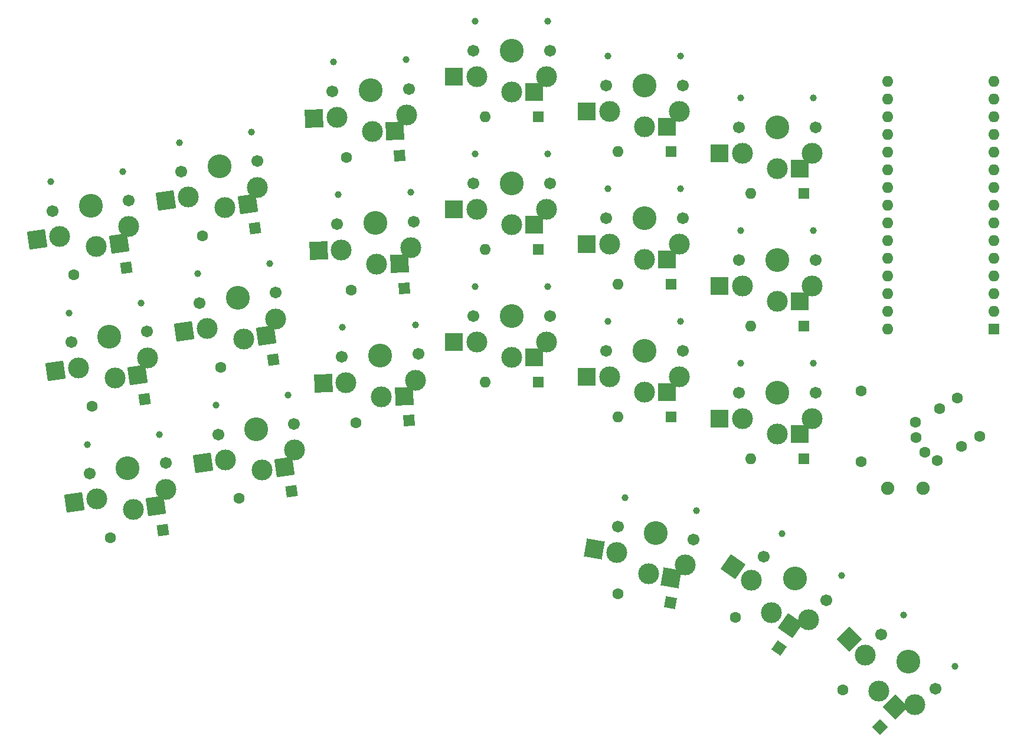
<source format=gbs>
%TF.GenerationSoftware,KiCad,Pcbnew,9.0.4*%
%TF.CreationDate,2025-09-06T18:01:24-05:00*%
%TF.ProjectId,esp32_s3_port,65737033-325f-4733-935f-706f72742e6b,rev?*%
%TF.SameCoordinates,Original*%
%TF.FileFunction,Soldermask,Bot*%
%TF.FilePolarity,Negative*%
%FSLAX46Y46*%
G04 Gerber Fmt 4.6, Leading zero omitted, Abs format (unit mm)*
G04 Created by KiCad (PCBNEW 9.0.4) date 2025-09-06 18:01:24*
%MOMM*%
%LPD*%
G01*
G04 APERTURE LIST*
G04 Aperture macros list*
%AMHorizOval*
0 Thick line with rounded ends*
0 $1 width*
0 $2 $3 position (X,Y) of the first rounded end (center of the circle)*
0 $4 $5 position (X,Y) of the second rounded end (center of the circle)*
0 Add line between two ends*
20,1,$1,$2,$3,$4,$5,0*
0 Add two circle primitives to create the rounded ends*
1,1,$1,$2,$3*
1,1,$1,$4,$5*%
%AMRotRect*
0 Rectangle, with rotation*
0 The origin of the aperture is its center*
0 $1 length*
0 $2 width*
0 $3 Rotation angle, in degrees counterclockwise*
0 Add horizontal line*
21,1,$1,$2,0,0,$3*%
G04 Aperture macros list end*
%ADD10C,1.900000*%
%ADD11C,1.600000*%
%ADD12C,1.701800*%
%ADD13C,0.990600*%
%ADD14C,3.000000*%
%ADD15C,3.429000*%
%ADD16R,2.600000X2.600000*%
%ADD17R,1.600000X1.600000*%
%ADD18O,1.600000X1.600000*%
%ADD19RotRect,1.600000X1.600000X188.000000*%
%ADD20HorizOval,1.600000X0.000000X0.000000X0.000000X0.000000X0*%
%ADD21RotRect,1.600000X1.600000X182.000000*%
%ADD22HorizOval,1.600000X0.000000X0.000000X0.000000X0.000000X0*%
%ADD23RotRect,2.600000X2.600000X315.000000*%
%ADD24RotRect,2.600000X2.600000X8.000000*%
%ADD25RotRect,2.600000X2.600000X350.000000*%
%ADD26RotRect,2.600000X2.600000X2.000000*%
%ADD27RotRect,2.600000X2.600000X325.000000*%
%ADD28RotRect,1.600000X1.600000X145.000000*%
%ADD29HorizOval,1.600000X0.000000X0.000000X0.000000X0.000000X0*%
%ADD30RotRect,1.600000X1.600000X170.000000*%
%ADD31HorizOval,1.600000X0.000000X0.000000X0.000000X0.000000X0*%
%ADD32RotRect,1.600000X1.600000X135.000000*%
%ADD33HorizOval,1.600000X0.000000X0.000000X0.000000X0.000000X0*%
G04 APERTURE END LIST*
D10*
%TO.C,JP1*%
X149225000Y-100965000D03*
X154305000Y-100965000D03*
%TD*%
D11*
%TO.C,R2*%
X145415000Y-97155000D03*
X145415000Y-86995000D03*
%TD*%
D12*
%TO.C,SW10*%
X127849999Y-68178947D03*
D13*
X128129999Y-63978947D03*
D14*
X128349999Y-71928947D03*
D15*
X133349999Y-68178947D03*
D14*
X133349999Y-74128947D03*
X138349999Y-71928947D03*
D13*
X138569999Y-63978947D03*
D12*
X138849999Y-68178947D03*
D16*
X136624999Y-74128947D03*
X125074999Y-71928947D03*
%TD*%
D17*
%TO.C,D4*%
X137159999Y-58653947D03*
D18*
X129539999Y-58653947D03*
%TD*%
D17*
%TO.C,D6*%
X99059999Y-66675000D03*
D18*
X91439999Y-66675000D03*
%TD*%
D19*
%TO.C,D18*%
X45290825Y-107001102D03*
D20*
X37744982Y-108061601D03*
%TD*%
D21*
%TO.C,D15*%
X80526656Y-91261169D03*
D22*
X72911298Y-91527103D03*
%TD*%
D12*
%TO.C,SW21*%
X148299872Y-121946242D03*
D13*
X151467710Y-119174383D03*
D14*
X146001775Y-124951446D03*
D15*
X152188959Y-125835329D03*
D14*
X147981674Y-130042614D03*
X153072842Y-132022513D03*
D13*
X158849905Y-126556578D03*
D12*
X156078046Y-129724416D03*
D23*
X150297448Y-132358389D03*
X143686000Y-122635671D03*
%TD*%
D12*
%TO.C,SW4*%
X127849999Y-49128947D03*
D13*
X128129999Y-44928947D03*
D14*
X128349999Y-52878947D03*
D15*
X133349999Y-49128947D03*
D14*
X133349999Y-55078947D03*
X138349999Y-52878947D03*
D13*
X138569999Y-44928947D03*
D12*
X138849999Y-49128947D03*
D16*
X136624999Y-55078947D03*
X125074999Y-52878947D03*
%TD*%
D17*
%TO.C,D12*%
X99059999Y-85725000D03*
D18*
X91439999Y-85725000D03*
%TD*%
D12*
%TO.C,SW5*%
X47889299Y-55505418D03*
D13*
X47582047Y-51307324D03*
D14*
X48906332Y-59149337D03*
D15*
X53335773Y-54739966D03*
D14*
X54163853Y-60632061D03*
X58809011Y-57757606D03*
D13*
X57920445Y-49854357D03*
D12*
X58782247Y-53974514D03*
D24*
X57406981Y-60176269D03*
X45663204Y-59605129D03*
%TD*%
D12*
%TO.C,SW12*%
X89749999Y-76200000D03*
D13*
X90029999Y-72000000D03*
D14*
X90249999Y-79950000D03*
D15*
X95249999Y-76200000D03*
D14*
X95249999Y-82150000D03*
X100249999Y-79950000D03*
D13*
X100469999Y-72000000D03*
D12*
X100749999Y-76200000D03*
D16*
X98524999Y-82150000D03*
X86974999Y-79950000D03*
%TD*%
D12*
%TO.C,SW6*%
X89749999Y-57150000D03*
D13*
X90029999Y-52950000D03*
D14*
X90249999Y-60900000D03*
D15*
X95249999Y-57150000D03*
D14*
X95249999Y-63100000D03*
X100249999Y-60900000D03*
D13*
X100469999Y-52950000D03*
D12*
X100749999Y-57150000D03*
D16*
X98524999Y-63100000D03*
X86974999Y-60900000D03*
%TD*%
D17*
%TO.C,D2*%
X118109999Y-52638158D03*
D18*
X110489999Y-52638158D03*
%TD*%
D12*
%TO.C,SW19*%
X110514608Y-106426377D03*
D13*
X111519677Y-102338806D03*
D14*
X110355832Y-110206230D03*
D15*
X115931051Y-107381442D03*
D14*
X114897844Y-113241048D03*
X120203909Y-111942712D03*
D13*
X121801070Y-104151693D03*
D12*
X121347494Y-108336507D03*
D25*
X118123090Y-113809746D03*
X107130586Y-109637532D03*
%TD*%
D19*
%TO.C,D17*%
X63736813Y-101371232D03*
D20*
X56190970Y-102431731D03*
%TD*%
D21*
%TO.C,D9*%
X79861821Y-72222774D03*
D22*
X72246463Y-72488708D03*
%TD*%
D17*
%TO.C,D16*%
X137159999Y-96753947D03*
D18*
X129539999Y-96753947D03*
%TD*%
D12*
%TO.C,SW14*%
X108799999Y-81213158D03*
D13*
X109079999Y-77013158D03*
D14*
X109299999Y-84963158D03*
D15*
X114299999Y-81213158D03*
D14*
X114299999Y-87163158D03*
X119299999Y-84963158D03*
D13*
X119519999Y-77013158D03*
D12*
X119799999Y-81213158D03*
D16*
X117574999Y-87163158D03*
X106024999Y-84963158D03*
%TD*%
D17*
%TO.C,A1*%
X164455000Y-78105000D03*
D18*
X164455000Y-75565000D03*
X164455000Y-73025000D03*
X164455000Y-70485000D03*
X164455000Y-67945000D03*
X164455000Y-65405000D03*
X164455000Y-62865000D03*
X164455000Y-60325000D03*
X164455000Y-57785000D03*
X164455000Y-55245000D03*
X164455000Y-52705000D03*
X164455000Y-50165000D03*
X164455000Y-47625000D03*
X164455000Y-45085000D03*
X164455000Y-42545000D03*
X149215000Y-42545000D03*
X149215000Y-45085000D03*
X149215000Y-47625000D03*
X149215000Y-50165000D03*
X149215000Y-52705000D03*
X149215000Y-55245000D03*
X149215000Y-57785000D03*
X149215000Y-60325000D03*
X149215000Y-62865000D03*
X149215000Y-65405000D03*
X149215000Y-67945000D03*
X149215000Y-70485000D03*
X149215000Y-73025000D03*
X149215000Y-75565000D03*
X149215000Y-78105000D03*
%TD*%
D12*
%TO.C,SW16*%
X127849999Y-87228947D03*
D13*
X128129999Y-83028947D03*
D14*
X128349999Y-90978947D03*
D15*
X133349999Y-87228947D03*
D14*
X133349999Y-93178947D03*
X138349999Y-90978947D03*
D13*
X138569999Y-83028947D03*
D12*
X138849999Y-87228947D03*
D16*
X136624999Y-93178947D03*
X125074999Y-90978947D03*
%TD*%
D12*
%TO.C,SW17*%
X53191794Y-93234631D03*
D13*
X52884542Y-89036537D03*
D14*
X54208827Y-96878550D03*
D15*
X58638268Y-92469179D03*
D14*
X59466348Y-98361274D03*
X64111506Y-95486819D03*
D13*
X63222940Y-87583570D03*
D12*
X64084742Y-91703727D03*
D24*
X62709476Y-97905482D03*
X50965699Y-97334342D03*
%TD*%
D12*
%TO.C,SW9*%
X70225075Y-63028491D03*
D13*
X70358327Y-58821278D03*
D14*
X70855644Y-66758757D03*
D15*
X75721725Y-62836544D03*
D14*
X75929377Y-68782919D03*
X80849552Y-66409762D03*
D13*
X80791967Y-58456927D03*
D12*
X81218375Y-62644597D03*
D26*
X79202382Y-68668624D03*
X67582639Y-66873053D03*
%TD*%
D12*
%TO.C,SW20*%
X131442590Y-110763911D03*
D13*
X134080973Y-107484073D03*
D14*
X129701254Y-114122519D03*
D15*
X135947926Y-113918581D03*
D14*
X132535146Y-118792536D03*
X137892775Y-119858283D03*
D13*
X142632921Y-113472211D03*
D12*
X140453262Y-117073251D03*
D27*
X135217869Y-120670998D03*
X127018531Y-112244056D03*
%TD*%
D12*
%TO.C,SW18*%
X34745806Y-98864501D03*
D13*
X34438554Y-94666407D03*
D14*
X35762839Y-102508420D03*
D15*
X40192280Y-98099049D03*
D14*
X41020360Y-103991144D03*
X45665518Y-101116689D03*
D13*
X44776952Y-93213440D03*
D12*
X45638754Y-97333597D03*
D24*
X44263488Y-103535352D03*
X32519711Y-102964212D03*
%TD*%
D12*
%TO.C,SW3*%
X69560240Y-43990096D03*
D13*
X69693492Y-39782883D03*
D14*
X70190809Y-47720362D03*
D15*
X75056890Y-43798149D03*
D14*
X75264542Y-49744524D03*
X80184717Y-47371367D03*
D13*
X80127132Y-39418532D03*
D12*
X80553540Y-43606202D03*
D26*
X78537547Y-49630229D03*
X66917804Y-47834658D03*
%TD*%
D19*
%TO.C,D13*%
X42639577Y-88136495D03*
D20*
X35093734Y-89196994D03*
%TD*%
D12*
%TO.C,SW11*%
X50540547Y-74370024D03*
D13*
X50233295Y-70171930D03*
D14*
X51557580Y-78013943D03*
D15*
X55987021Y-73604572D03*
D14*
X56815101Y-79496667D03*
X61460259Y-76622212D03*
D13*
X60571693Y-68718963D03*
D12*
X61433495Y-72839120D03*
D24*
X60058229Y-79040875D03*
X48314452Y-78469735D03*
%TD*%
D11*
%TO.C,J2*%
X153274457Y-93663112D03*
X156340482Y-96973624D03*
X159804584Y-94973624D03*
X162402660Y-93473624D03*
%TD*%
D21*
%TO.C,D3*%
X79196986Y-53184379D03*
D22*
X71581628Y-53450313D03*
%TD*%
D17*
%TO.C,D1*%
X99059999Y-47625000D03*
D18*
X91439999Y-47625000D03*
%TD*%
D17*
%TO.C,D10*%
X137159999Y-77703947D03*
D18*
X129539999Y-77703947D03*
%TD*%
D19*
%TO.C,D7*%
X39988330Y-69271888D03*
D20*
X32442487Y-70332387D03*
%TD*%
D12*
%TO.C,SW7*%
X29443311Y-61135287D03*
D13*
X29136059Y-56937193D03*
D14*
X30460344Y-64779206D03*
D15*
X34889785Y-60369835D03*
D14*
X35717865Y-66261930D03*
X40363023Y-63387475D03*
D13*
X39474457Y-55484226D03*
D12*
X40336259Y-59604383D03*
D24*
X38960993Y-65806138D03*
X27217216Y-65234998D03*
%TD*%
D12*
%TO.C,SW8*%
X108799999Y-62163158D03*
D13*
X109079999Y-57963158D03*
D14*
X109299999Y-65913158D03*
D15*
X114299999Y-62163158D03*
D14*
X114299999Y-68113158D03*
X119299999Y-65913158D03*
D13*
X119519999Y-57963158D03*
D12*
X119799999Y-62163158D03*
D16*
X117574999Y-68113158D03*
X106024999Y-65913158D03*
%TD*%
D12*
%TO.C,SW13*%
X32094558Y-79999894D03*
D13*
X31787306Y-75801800D03*
D14*
X33111591Y-83643813D03*
D15*
X37541032Y-79234442D03*
D14*
X38369112Y-85126537D03*
X43014270Y-82252082D03*
D13*
X42125704Y-74348833D03*
D12*
X42987506Y-78468990D03*
D24*
X41612240Y-84670745D03*
X29868463Y-84099605D03*
%TD*%
D28*
%TO.C,D20*%
X133605580Y-123906330D03*
D29*
X127363641Y-119535678D03*
%TD*%
D17*
%TO.C,D8*%
X118109999Y-71688158D03*
D18*
X110489999Y-71688158D03*
%TD*%
D30*
%TO.C,D19*%
X118029169Y-117423335D03*
D31*
X110524934Y-116100136D03*
%TD*%
D19*
%TO.C,D11*%
X61085566Y-82506625D03*
D20*
X53539723Y-83567124D03*
%TD*%
D19*
%TO.C,D5*%
X58434318Y-63642019D03*
D20*
X50888475Y-64702518D03*
%TD*%
D12*
%TO.C,SW1*%
X89749999Y-38100000D03*
D13*
X90029999Y-33900000D03*
D14*
X90249999Y-41850000D03*
D15*
X95249999Y-38100000D03*
D14*
X95249999Y-44050000D03*
X100249999Y-41850000D03*
D13*
X100469999Y-33900000D03*
D12*
X100749999Y-38100000D03*
D16*
X98524999Y-44050000D03*
X86974999Y-41850000D03*
%TD*%
D12*
%TO.C,SW2*%
X108799999Y-43113158D03*
D13*
X109079999Y-38913158D03*
D14*
X109299999Y-46863158D03*
D15*
X114299999Y-43113158D03*
D14*
X114299999Y-49063158D03*
X119299999Y-46863158D03*
D13*
X119519999Y-38913158D03*
D12*
X119799999Y-43113158D03*
D16*
X117574999Y-49063158D03*
X106024999Y-46863158D03*
%TD*%
D32*
%TO.C,D21*%
X148147844Y-135264597D03*
D33*
X142759690Y-129876443D03*
%TD*%
D17*
%TO.C,D14*%
X118109999Y-90738158D03*
D18*
X110489999Y-90738158D03*
%TD*%
D12*
%TO.C,SW15*%
X70889910Y-82066886D03*
D13*
X71023162Y-77859673D03*
D14*
X71520479Y-85797152D03*
D15*
X76386560Y-81874939D03*
D14*
X76594212Y-87821314D03*
X81514387Y-85448157D03*
D13*
X81456802Y-77495322D03*
D12*
X81883210Y-81682992D03*
D26*
X79867217Y-87707019D03*
X68247474Y-85911448D03*
%TD*%
D11*
%TO.C,J1*%
X154521957Y-95823846D03*
X153187982Y-91513334D03*
X156652084Y-89513334D03*
X159250160Y-88013334D03*
%TD*%
M02*

</source>
